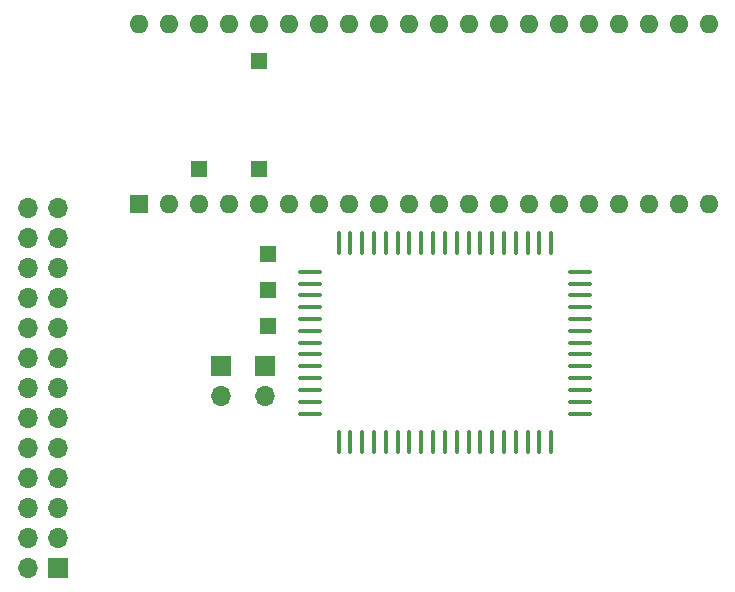
<source format=gbr>
%TF.GenerationSoftware,KiCad,Pcbnew,7.0.10-7.0.10~ubuntu20.04.1*%
%TF.CreationDate,2024-01-23T10:27:16+01:00*%
%TF.ProjectId,6303X_FP64,36333033-585f-4465-9036-342e6b696361,rev?*%
%TF.SameCoordinates,Original*%
%TF.FileFunction,Soldermask,Top*%
%TF.FilePolarity,Negative*%
%FSLAX46Y46*%
G04 Gerber Fmt 4.6, Leading zero omitted, Abs format (unit mm)*
G04 Created by KiCad (PCBNEW 7.0.10-7.0.10~ubuntu20.04.1) date 2024-01-23 10:27:16*
%MOMM*%
%LPD*%
G01*
G04 APERTURE LIST*
%ADD10R,1.700000X1.700000*%
%ADD11O,1.700000X1.700000*%
%ADD12R,1.350000X1.350000*%
%ADD13R,1.600000X1.600000*%
%ADD14O,1.600000X1.600000*%
%ADD15O,0.400000X2.000000*%
%ADD16O,2.000000X0.400000*%
G04 APERTURE END LIST*
D10*
%TO.C,JP1*%
X180746400Y-66492200D03*
D11*
X180746400Y-69032200D03*
%TD*%
D12*
%TO.C,J4*%
X183896000Y-40640000D03*
%TD*%
D13*
%TO.C,U3*%
X173736000Y-52730400D03*
D14*
X176276000Y-52730400D03*
X178816000Y-52730400D03*
X181356000Y-52730400D03*
X183896000Y-52730400D03*
X186436000Y-52730400D03*
X188976000Y-52730400D03*
X191516000Y-52730400D03*
X194056000Y-52730400D03*
X196596000Y-52730400D03*
X199136000Y-52730400D03*
X201676000Y-52730400D03*
X204216000Y-52730400D03*
X206756000Y-52730400D03*
X209296000Y-52730400D03*
X211836000Y-52730400D03*
X214376000Y-52730400D03*
X216916000Y-52730400D03*
X219456000Y-52730400D03*
X221996000Y-52730400D03*
X221996000Y-37490400D03*
X219456000Y-37490400D03*
X216916000Y-37490400D03*
X214376000Y-37490400D03*
X211836000Y-37490400D03*
X209296000Y-37490400D03*
X206756000Y-37490400D03*
X204216000Y-37490400D03*
X201676000Y-37490400D03*
X199136000Y-37490400D03*
X196596000Y-37490400D03*
X194056000Y-37490400D03*
X191516000Y-37490400D03*
X188976000Y-37490400D03*
X186436000Y-37490400D03*
X183896000Y-37490400D03*
X181356000Y-37490400D03*
X178816000Y-37490400D03*
X176276000Y-37490400D03*
X173736000Y-37490400D03*
%TD*%
D10*
%TO.C,J1*%
X166878000Y-83566000D03*
D11*
X164338000Y-83566000D03*
X166878000Y-81026000D03*
X164338000Y-81026000D03*
X166878000Y-78486000D03*
X164338000Y-78486000D03*
X166878000Y-75946000D03*
X164338000Y-75946000D03*
X166878000Y-73406000D03*
X164338000Y-73406000D03*
X166878000Y-70866000D03*
X164338000Y-70866000D03*
X166878000Y-68326000D03*
X164338000Y-68326000D03*
X166878000Y-65786000D03*
X164338000Y-65786000D03*
X166878000Y-63246000D03*
X164338000Y-63246000D03*
X166878000Y-60706000D03*
X164338000Y-60706000D03*
X166878000Y-58166000D03*
X164338000Y-58166000D03*
X166878000Y-55626000D03*
X164338000Y-55626000D03*
X166878000Y-53086000D03*
X164338000Y-53086000D03*
%TD*%
D10*
%TO.C,JP2*%
X184404000Y-66492200D03*
D11*
X184404000Y-69032200D03*
%TD*%
D12*
%TO.C,J7*%
X184708800Y-56997600D03*
%TD*%
%TO.C,J6*%
X183896000Y-49784000D03*
%TD*%
D15*
%TO.C,U1*%
X190674000Y-72900000D03*
X191674000Y-72900000D03*
X192674000Y-72900000D03*
X193674000Y-72900000D03*
X194674000Y-72900000D03*
X195674000Y-72900000D03*
X196674000Y-72900000D03*
X197674000Y-72900000D03*
X198674000Y-72900000D03*
X199674000Y-72900000D03*
X200674000Y-72900000D03*
X201674000Y-72900000D03*
X202674000Y-72900000D03*
X203674000Y-72900000D03*
X204674000Y-72900000D03*
X205674000Y-72900000D03*
X206674000Y-72900000D03*
X207674000Y-72900000D03*
X208674000Y-72900000D03*
D16*
X211074000Y-70500000D03*
X211074000Y-69500000D03*
X211074000Y-68500000D03*
X211074000Y-67500000D03*
X211074000Y-66500000D03*
X211074000Y-65500000D03*
X211074000Y-64500000D03*
X211074000Y-63500000D03*
X211074000Y-62500000D03*
X211074000Y-61500000D03*
X211074000Y-60500000D03*
X211074000Y-59500000D03*
X211074000Y-58500000D03*
D15*
X208674000Y-56100000D03*
X207674000Y-56100000D03*
X206674000Y-56100000D03*
X205674000Y-56100000D03*
X204674000Y-56100000D03*
X203674000Y-56100000D03*
X202674000Y-56100000D03*
X201674000Y-56100000D03*
X200674000Y-56100000D03*
X199674000Y-56100000D03*
X198674000Y-56100000D03*
X197674000Y-56100000D03*
X196674000Y-56100000D03*
X195674000Y-56100000D03*
X194674000Y-56100000D03*
X193674000Y-56100000D03*
X192674000Y-56100000D03*
X191674000Y-56100000D03*
X190674000Y-56100000D03*
D16*
X188274000Y-58500000D03*
X188274000Y-59500000D03*
X188274000Y-60500000D03*
X188274000Y-61500000D03*
X188274000Y-62500000D03*
X188274000Y-63500000D03*
X188274000Y-64500000D03*
X188274000Y-65500000D03*
X188274000Y-66500000D03*
X188274000Y-67500000D03*
X188274000Y-68500000D03*
X188274000Y-69500000D03*
X188274000Y-70500000D03*
%TD*%
D12*
%TO.C,J9*%
X184708800Y-60045600D03*
%TD*%
%TO.C,J8*%
X184708800Y-63093600D03*
%TD*%
%TO.C,J3*%
X178816000Y-49784000D03*
%TD*%
M02*

</source>
